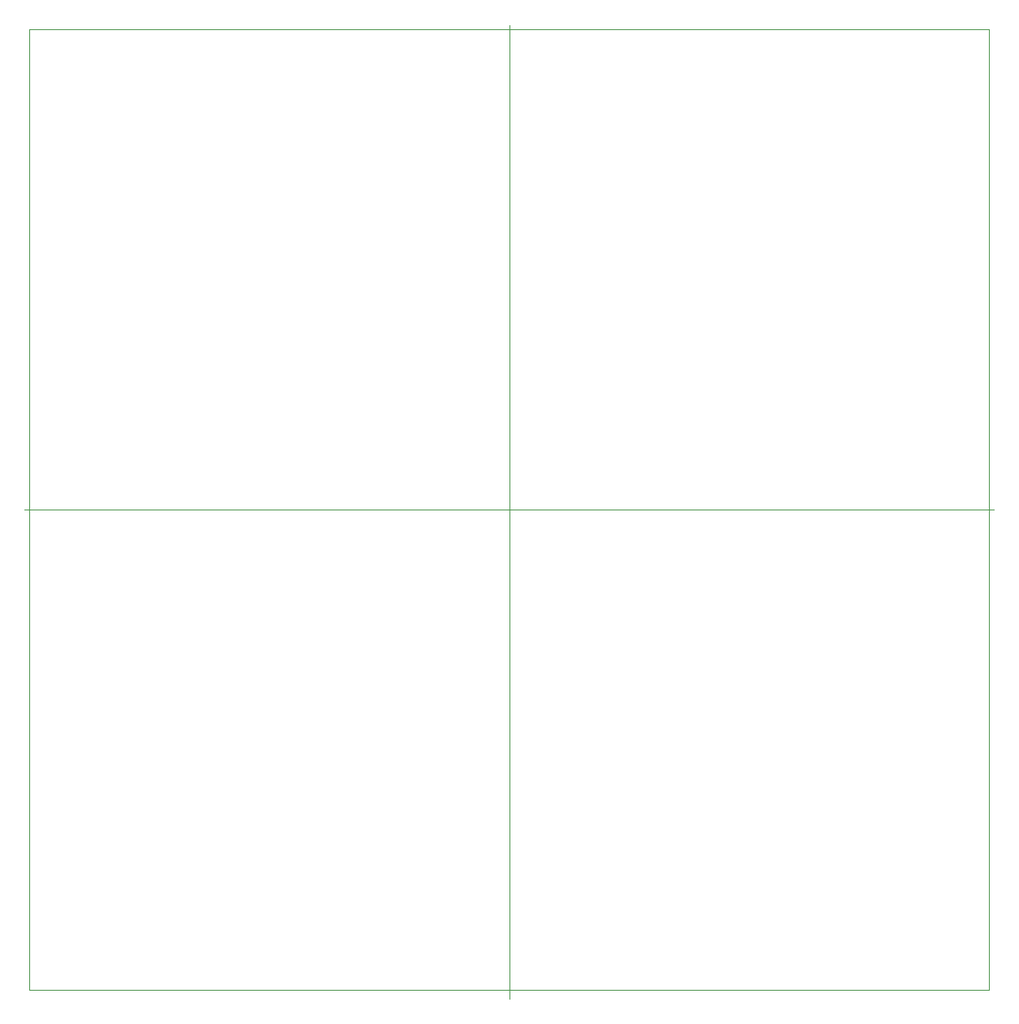
<source format=gbr>
G04 #@! TF.FileFunction,Profile,NP*
%FSLAX46Y46*%
G04 Gerber Fmt 4.6, Leading zero omitted, Abs format (unit mm)*
G04 Created by KiCad (PCBNEW 4.0.4+dfsg1-stable) date Wed Mar  8 20:57:33 2017*
%MOMM*%
%LPD*%
G01*
G04 APERTURE LIST*
%ADD10C,0.100000*%
G04 APERTURE END LIST*
D10*
X91000000Y-40000000D02*
X191000000Y-40000000D01*
X90500000Y-90000000D02*
X191500000Y-90000000D01*
X141000000Y-39500000D02*
X141000000Y-141000000D01*
X91000000Y-140000000D02*
X191000000Y-140000000D01*
X91000000Y-40000000D02*
X91000000Y-140000000D01*
X191000000Y-40000000D02*
X191000000Y-140000000D01*
M02*

</source>
